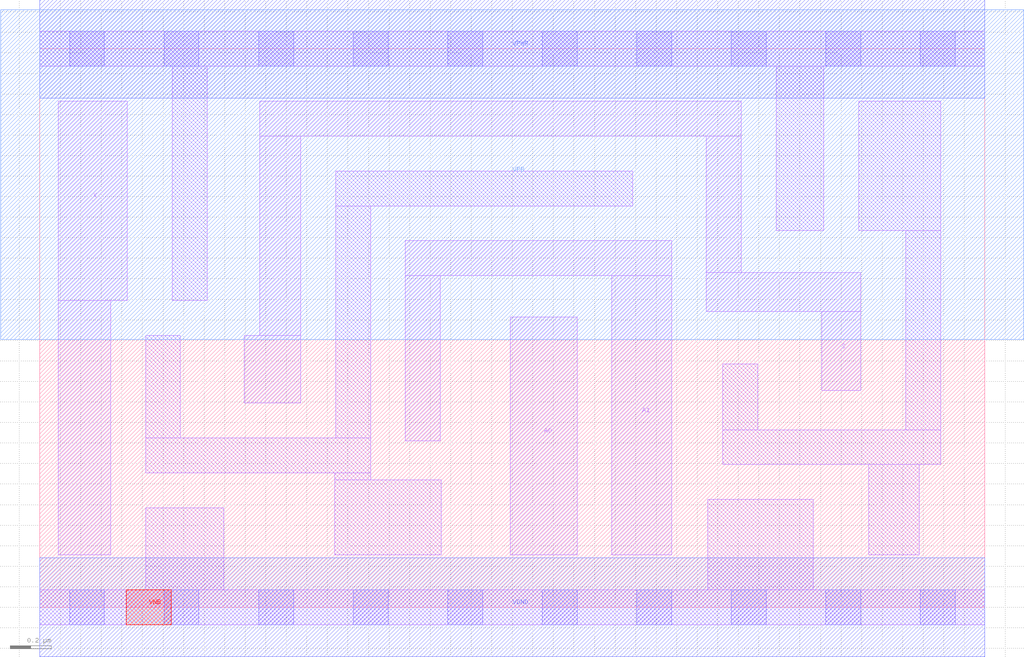
<source format=lef>
# Copyright 2020 The SkyWater PDK Authors
#
# Licensed under the Apache License, Version 2.0 (the "License");
# you may not use this file except in compliance with the License.
# You may obtain a copy of the License at
#
#     https://www.apache.org/licenses/LICENSE-2.0
#
# Unless required by applicable law or agreed to in writing, software
# distributed under the License is distributed on an "AS IS" BASIS,
# WITHOUT WARRANTIES OR CONDITIONS OF ANY KIND, either express or implied.
# See the License for the specific language governing permissions and
# limitations under the License.
#
# SPDX-License-Identifier: Apache-2.0

VERSION 5.7 ;
  NOWIREEXTENSIONATPIN ON ;
  DIVIDERCHAR "/" ;
  BUSBITCHARS "[]" ;
PROPERTYDEFINITIONS
  MACRO maskLayoutSubType STRING ;
  MACRO prCellType STRING ;
  MACRO originalViewName STRING ;
END PROPERTYDEFINITIONS
MACRO sky130_fd_sc_hdll__clkmux2_1
  CLASS CORE ;
  FOREIGN sky130_fd_sc_hdll__clkmux2_1 ;
  ORIGIN  0.000000  0.000000 ;
  SIZE  4.600000 BY  2.720000 ;
  SYMMETRY X Y R90 ;
  SITE unithd ;
  PIN A0
    ANTENNAGATEAREA  0.232200 ;
    DIRECTION INPUT ;
    USE SIGNAL ;
    PORT
      LAYER li1 ;
        RECT 2.290000 0.255000 2.615000 1.415000 ;
    END
  END A0
  PIN A1
    ANTENNAGATEAREA  0.232200 ;
    DIRECTION INPUT ;
    USE SIGNAL ;
    PORT
      LAYER li1 ;
        RECT 1.780000 0.810000 1.950000 1.615000 ;
        RECT 1.780000 1.615000 3.075000 1.785000 ;
        RECT 2.785000 0.255000 3.075000 1.615000 ;
    END
  END A1
  PIN S
    ANTENNAGATEAREA  0.479400 ;
    DIRECTION INPUT ;
    USE SIGNAL ;
    PORT
      LAYER li1 ;
        RECT 0.995000 0.995000 1.270000 1.325000 ;
        RECT 1.070000 1.325000 1.270000 2.295000 ;
        RECT 1.070000 2.295000 3.415000 2.465000 ;
        RECT 3.245000 1.440000 3.995000 1.630000 ;
        RECT 3.245000 1.630000 3.415000 2.295000 ;
        RECT 3.805000 1.055000 3.995000 1.440000 ;
    END
  END S
  PIN X
    ANTENNADIFFAREA  0.405200 ;
    DIRECTION OUTPUT ;
    USE SIGNAL ;
    PORT
      LAYER li1 ;
        RECT 0.090000 0.255000 0.345000 1.495000 ;
        RECT 0.090000 1.495000 0.425000 2.465000 ;
    END
  END X
  PIN VGND
    DIRECTION INOUT ;
    USE GROUND ;
    PORT
      LAYER met1 ;
        RECT 0.000000 -0.240000 4.600000 0.240000 ;
    END
  END VGND
  PIN VNB
    DIRECTION INOUT ;
    USE GROUND ;
    PORT
      LAYER pwell ;
        RECT 0.420000 -0.085000 0.640000 0.085000 ;
    END
  END VNB
  PIN VPB
    DIRECTION INOUT ;
    USE POWER ;
    PORT
      LAYER nwell ;
        RECT -0.190000 1.305000 4.790000 2.910000 ;
    END
  END VPB
  PIN VPWR
    DIRECTION INOUT ;
    USE POWER ;
    PORT
      LAYER met1 ;
        RECT 0.000000 2.480000 4.600000 2.960000 ;
    END
  END VPWR
  OBS
    LAYER li1 ;
      RECT 0.000000 -0.085000 4.600000 0.085000 ;
      RECT 0.000000  2.635000 4.600000 2.805000 ;
      RECT 0.515000  0.085000 0.895000 0.485000 ;
      RECT 0.515000  0.655000 1.610000 0.825000 ;
      RECT 0.515000  0.825000 0.685000 1.325000 ;
      RECT 0.645000  1.495000 0.815000 2.635000 ;
      RECT 1.435000  0.255000 1.955000 0.620000 ;
      RECT 1.435000  0.620000 1.610000 0.655000 ;
      RECT 1.440000  0.825000 1.610000 1.955000 ;
      RECT 1.440000  1.955000 2.885000 2.125000 ;
      RECT 3.250000  0.085000 3.765000 0.525000 ;
      RECT 3.325000  0.695000 4.385000 0.865000 ;
      RECT 3.325000  0.865000 3.495000 1.185000 ;
      RECT 3.585000  1.835000 3.815000 2.635000 ;
      RECT 3.985000  1.835000 4.385000 2.465000 ;
      RECT 4.035000  0.255000 4.280000 0.695000 ;
      RECT 4.215000  0.865000 4.385000 1.835000 ;
    LAYER mcon ;
      RECT 0.145000 -0.085000 0.315000 0.085000 ;
      RECT 0.145000  2.635000 0.315000 2.805000 ;
      RECT 0.605000 -0.085000 0.775000 0.085000 ;
      RECT 0.605000  2.635000 0.775000 2.805000 ;
      RECT 1.065000 -0.085000 1.235000 0.085000 ;
      RECT 1.065000  2.635000 1.235000 2.805000 ;
      RECT 1.525000 -0.085000 1.695000 0.085000 ;
      RECT 1.525000  2.635000 1.695000 2.805000 ;
      RECT 1.985000 -0.085000 2.155000 0.085000 ;
      RECT 1.985000  2.635000 2.155000 2.805000 ;
      RECT 2.445000 -0.085000 2.615000 0.085000 ;
      RECT 2.445000  2.635000 2.615000 2.805000 ;
      RECT 2.905000 -0.085000 3.075000 0.085000 ;
      RECT 2.905000  2.635000 3.075000 2.805000 ;
      RECT 3.365000 -0.085000 3.535000 0.085000 ;
      RECT 3.365000  2.635000 3.535000 2.805000 ;
      RECT 3.825000 -0.085000 3.995000 0.085000 ;
      RECT 3.825000  2.635000 3.995000 2.805000 ;
      RECT 4.285000 -0.085000 4.455000 0.085000 ;
      RECT 4.285000  2.635000 4.455000 2.805000 ;
  END
  PROPERTY maskLayoutSubType "abstract" ;
  PROPERTY prCellType "standard" ;
  PROPERTY originalViewName "layout" ;
END sky130_fd_sc_hdll__clkmux2_1
END LIBRARY

</source>
